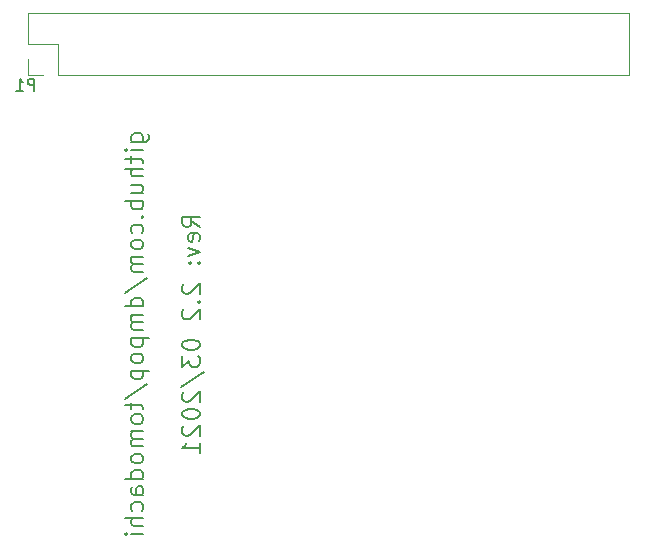
<source format=gbo>
G04 #@! TF.GenerationSoftware,KiCad,Pcbnew,5.1.9-5.1.9*
G04 #@! TF.CreationDate,2021-03-22T11:55:19+01:00*
G04 #@! TF.ProjectId,tomodachi,746f6d6f-6461-4636-9869-2e6b69636164,2.2*
G04 #@! TF.SameCoordinates,Original*
G04 #@! TF.FileFunction,Legend,Bot*
G04 #@! TF.FilePolarity,Positive*
%FSLAX46Y46*%
G04 Gerber Fmt 4.6, Leading zero omitted, Abs format (unit mm)*
G04 Created by KiCad (PCBNEW 5.1.9-5.1.9) date 2021-03-22 11:55:19*
%MOMM*%
%LPD*%
G01*
G04 APERTURE LIST*
%ADD10C,0.150000*%
%ADD11C,0.120000*%
G04 APERTURE END LIST*
D10*
X215820571Y-105774285D02*
X217034857Y-105774285D01*
X217177714Y-105702857D01*
X217249142Y-105631428D01*
X217320571Y-105488571D01*
X217320571Y-105274285D01*
X217249142Y-105131428D01*
X216749142Y-105774285D02*
X216820571Y-105631428D01*
X216820571Y-105345714D01*
X216749142Y-105202857D01*
X216677714Y-105131428D01*
X216534857Y-105060000D01*
X216106285Y-105060000D01*
X215963428Y-105131428D01*
X215892000Y-105202857D01*
X215820571Y-105345714D01*
X215820571Y-105631428D01*
X215892000Y-105774285D01*
X216820571Y-106488571D02*
X215820571Y-106488571D01*
X215320571Y-106488571D02*
X215392000Y-106417142D01*
X215463428Y-106488571D01*
X215392000Y-106560000D01*
X215320571Y-106488571D01*
X215463428Y-106488571D01*
X215820571Y-106988571D02*
X215820571Y-107560000D01*
X215320571Y-107202857D02*
X216606285Y-107202857D01*
X216749142Y-107274285D01*
X216820571Y-107417142D01*
X216820571Y-107560000D01*
X216820571Y-108060000D02*
X215320571Y-108060000D01*
X216820571Y-108702857D02*
X216034857Y-108702857D01*
X215892000Y-108631428D01*
X215820571Y-108488571D01*
X215820571Y-108274285D01*
X215892000Y-108131428D01*
X215963428Y-108060000D01*
X215820571Y-110060000D02*
X216820571Y-110060000D01*
X215820571Y-109417142D02*
X216606285Y-109417142D01*
X216749142Y-109488571D01*
X216820571Y-109631428D01*
X216820571Y-109845714D01*
X216749142Y-109988571D01*
X216677714Y-110060000D01*
X216820571Y-110774285D02*
X215320571Y-110774285D01*
X215892000Y-110774285D02*
X215820571Y-110917142D01*
X215820571Y-111202857D01*
X215892000Y-111345714D01*
X215963428Y-111417142D01*
X216106285Y-111488571D01*
X216534857Y-111488571D01*
X216677714Y-111417142D01*
X216749142Y-111345714D01*
X216820571Y-111202857D01*
X216820571Y-110917142D01*
X216749142Y-110774285D01*
X216677714Y-112131428D02*
X216749142Y-112202857D01*
X216820571Y-112131428D01*
X216749142Y-112060000D01*
X216677714Y-112131428D01*
X216820571Y-112131428D01*
X216749142Y-113488571D02*
X216820571Y-113345714D01*
X216820571Y-113060000D01*
X216749142Y-112917142D01*
X216677714Y-112845714D01*
X216534857Y-112774285D01*
X216106285Y-112774285D01*
X215963428Y-112845714D01*
X215892000Y-112917142D01*
X215820571Y-113060000D01*
X215820571Y-113345714D01*
X215892000Y-113488571D01*
X216820571Y-114345714D02*
X216749142Y-114202857D01*
X216677714Y-114131428D01*
X216534857Y-114060000D01*
X216106285Y-114060000D01*
X215963428Y-114131428D01*
X215892000Y-114202857D01*
X215820571Y-114345714D01*
X215820571Y-114560000D01*
X215892000Y-114702857D01*
X215963428Y-114774285D01*
X216106285Y-114845714D01*
X216534857Y-114845714D01*
X216677714Y-114774285D01*
X216749142Y-114702857D01*
X216820571Y-114560000D01*
X216820571Y-114345714D01*
X216820571Y-115488571D02*
X215820571Y-115488571D01*
X215963428Y-115488571D02*
X215892000Y-115560000D01*
X215820571Y-115702857D01*
X215820571Y-115917142D01*
X215892000Y-116060000D01*
X216034857Y-116131428D01*
X216820571Y-116131428D01*
X216034857Y-116131428D02*
X215892000Y-116202857D01*
X215820571Y-116345714D01*
X215820571Y-116560000D01*
X215892000Y-116702857D01*
X216034857Y-116774285D01*
X216820571Y-116774285D01*
X215249142Y-118560000D02*
X217177714Y-117274285D01*
X216820571Y-119702857D02*
X215320571Y-119702857D01*
X216749142Y-119702857D02*
X216820571Y-119560000D01*
X216820571Y-119274285D01*
X216749142Y-119131428D01*
X216677714Y-119060000D01*
X216534857Y-118988571D01*
X216106285Y-118988571D01*
X215963428Y-119060000D01*
X215892000Y-119131428D01*
X215820571Y-119274285D01*
X215820571Y-119560000D01*
X215892000Y-119702857D01*
X216820571Y-120417142D02*
X215820571Y-120417142D01*
X215963428Y-120417142D02*
X215892000Y-120488571D01*
X215820571Y-120631428D01*
X215820571Y-120845714D01*
X215892000Y-120988571D01*
X216034857Y-121060000D01*
X216820571Y-121060000D01*
X216034857Y-121060000D02*
X215892000Y-121131428D01*
X215820571Y-121274285D01*
X215820571Y-121488571D01*
X215892000Y-121631428D01*
X216034857Y-121702857D01*
X216820571Y-121702857D01*
X215820571Y-122417142D02*
X217320571Y-122417142D01*
X215892000Y-122417142D02*
X215820571Y-122560000D01*
X215820571Y-122845714D01*
X215892000Y-122988571D01*
X215963428Y-123060000D01*
X216106285Y-123131428D01*
X216534857Y-123131428D01*
X216677714Y-123060000D01*
X216749142Y-122988571D01*
X216820571Y-122845714D01*
X216820571Y-122560000D01*
X216749142Y-122417142D01*
X216820571Y-123988571D02*
X216749142Y-123845714D01*
X216677714Y-123774285D01*
X216534857Y-123702857D01*
X216106285Y-123702857D01*
X215963428Y-123774285D01*
X215892000Y-123845714D01*
X215820571Y-123988571D01*
X215820571Y-124202857D01*
X215892000Y-124345714D01*
X215963428Y-124417142D01*
X216106285Y-124488571D01*
X216534857Y-124488571D01*
X216677714Y-124417142D01*
X216749142Y-124345714D01*
X216820571Y-124202857D01*
X216820571Y-123988571D01*
X215820571Y-125131428D02*
X217320571Y-125131428D01*
X215892000Y-125131428D02*
X215820571Y-125274285D01*
X215820571Y-125560000D01*
X215892000Y-125702857D01*
X215963428Y-125774285D01*
X216106285Y-125845714D01*
X216534857Y-125845714D01*
X216677714Y-125774285D01*
X216749142Y-125702857D01*
X216820571Y-125560000D01*
X216820571Y-125274285D01*
X216749142Y-125131428D01*
X215249142Y-127560000D02*
X217177714Y-126274285D01*
X215820571Y-127845714D02*
X215820571Y-128417142D01*
X215320571Y-128060000D02*
X216606285Y-128060000D01*
X216749142Y-128131428D01*
X216820571Y-128274285D01*
X216820571Y-128417142D01*
X216820571Y-129131428D02*
X216749142Y-128988571D01*
X216677714Y-128917142D01*
X216534857Y-128845714D01*
X216106285Y-128845714D01*
X215963428Y-128917142D01*
X215892000Y-128988571D01*
X215820571Y-129131428D01*
X215820571Y-129345714D01*
X215892000Y-129488571D01*
X215963428Y-129560000D01*
X216106285Y-129631428D01*
X216534857Y-129631428D01*
X216677714Y-129560000D01*
X216749142Y-129488571D01*
X216820571Y-129345714D01*
X216820571Y-129131428D01*
X216820571Y-130274285D02*
X215820571Y-130274285D01*
X215963428Y-130274285D02*
X215892000Y-130345714D01*
X215820571Y-130488571D01*
X215820571Y-130702857D01*
X215892000Y-130845714D01*
X216034857Y-130917142D01*
X216820571Y-130917142D01*
X216034857Y-130917142D02*
X215892000Y-130988571D01*
X215820571Y-131131428D01*
X215820571Y-131345714D01*
X215892000Y-131488571D01*
X216034857Y-131560000D01*
X216820571Y-131560000D01*
X216820571Y-132488571D02*
X216749142Y-132345714D01*
X216677714Y-132274285D01*
X216534857Y-132202857D01*
X216106285Y-132202857D01*
X215963428Y-132274285D01*
X215892000Y-132345714D01*
X215820571Y-132488571D01*
X215820571Y-132702857D01*
X215892000Y-132845714D01*
X215963428Y-132917142D01*
X216106285Y-132988571D01*
X216534857Y-132988571D01*
X216677714Y-132917142D01*
X216749142Y-132845714D01*
X216820571Y-132702857D01*
X216820571Y-132488571D01*
X216820571Y-134274285D02*
X215320571Y-134274285D01*
X216749142Y-134274285D02*
X216820571Y-134131428D01*
X216820571Y-133845714D01*
X216749142Y-133702857D01*
X216677714Y-133631428D01*
X216534857Y-133560000D01*
X216106285Y-133560000D01*
X215963428Y-133631428D01*
X215892000Y-133702857D01*
X215820571Y-133845714D01*
X215820571Y-134131428D01*
X215892000Y-134274285D01*
X216820571Y-135631428D02*
X216034857Y-135631428D01*
X215892000Y-135560000D01*
X215820571Y-135417142D01*
X215820571Y-135131428D01*
X215892000Y-134988571D01*
X216749142Y-135631428D02*
X216820571Y-135488571D01*
X216820571Y-135131428D01*
X216749142Y-134988571D01*
X216606285Y-134917142D01*
X216463428Y-134917142D01*
X216320571Y-134988571D01*
X216249142Y-135131428D01*
X216249142Y-135488571D01*
X216177714Y-135631428D01*
X216749142Y-136988571D02*
X216820571Y-136845714D01*
X216820571Y-136560000D01*
X216749142Y-136417142D01*
X216677714Y-136345714D01*
X216534857Y-136274285D01*
X216106285Y-136274285D01*
X215963428Y-136345714D01*
X215892000Y-136417142D01*
X215820571Y-136560000D01*
X215820571Y-136845714D01*
X215892000Y-136988571D01*
X216820571Y-137631428D02*
X215320571Y-137631428D01*
X216820571Y-138274285D02*
X216034857Y-138274285D01*
X215892000Y-138202857D01*
X215820571Y-138060000D01*
X215820571Y-137845714D01*
X215892000Y-137702857D01*
X215963428Y-137631428D01*
X216820571Y-138988571D02*
X215820571Y-138988571D01*
X215320571Y-138988571D02*
X215392000Y-138917142D01*
X215463428Y-138988571D01*
X215392000Y-139060000D01*
X215320571Y-138988571D01*
X215463428Y-138988571D01*
X221620571Y-112952857D02*
X220906285Y-112452857D01*
X221620571Y-112095714D02*
X220120571Y-112095714D01*
X220120571Y-112667142D01*
X220192000Y-112810000D01*
X220263428Y-112881428D01*
X220406285Y-112952857D01*
X220620571Y-112952857D01*
X220763428Y-112881428D01*
X220834857Y-112810000D01*
X220906285Y-112667142D01*
X220906285Y-112095714D01*
X221549142Y-114167142D02*
X221620571Y-114024285D01*
X221620571Y-113738571D01*
X221549142Y-113595714D01*
X221406285Y-113524285D01*
X220834857Y-113524285D01*
X220692000Y-113595714D01*
X220620571Y-113738571D01*
X220620571Y-114024285D01*
X220692000Y-114167142D01*
X220834857Y-114238571D01*
X220977714Y-114238571D01*
X221120571Y-113524285D01*
X220620571Y-114738571D02*
X221620571Y-115095714D01*
X220620571Y-115452857D01*
X221477714Y-116024285D02*
X221549142Y-116095714D01*
X221620571Y-116024285D01*
X221549142Y-115952857D01*
X221477714Y-116024285D01*
X221620571Y-116024285D01*
X220692000Y-116024285D02*
X220763428Y-116095714D01*
X220834857Y-116024285D01*
X220763428Y-115952857D01*
X220692000Y-116024285D01*
X220834857Y-116024285D01*
X220263428Y-117810000D02*
X220192000Y-117881428D01*
X220120571Y-118024285D01*
X220120571Y-118381428D01*
X220192000Y-118524285D01*
X220263428Y-118595714D01*
X220406285Y-118667142D01*
X220549142Y-118667142D01*
X220763428Y-118595714D01*
X221620571Y-117738571D01*
X221620571Y-118667142D01*
X221477714Y-119310000D02*
X221549142Y-119381428D01*
X221620571Y-119310000D01*
X221549142Y-119238571D01*
X221477714Y-119310000D01*
X221620571Y-119310000D01*
X220263428Y-119952857D02*
X220192000Y-120024285D01*
X220120571Y-120167142D01*
X220120571Y-120524285D01*
X220192000Y-120667142D01*
X220263428Y-120738571D01*
X220406285Y-120810000D01*
X220549142Y-120810000D01*
X220763428Y-120738571D01*
X221620571Y-119881428D01*
X221620571Y-120810000D01*
X220120571Y-122881428D02*
X220120571Y-123024285D01*
X220192000Y-123167142D01*
X220263428Y-123238571D01*
X220406285Y-123310000D01*
X220692000Y-123381428D01*
X221049142Y-123381428D01*
X221334857Y-123310000D01*
X221477714Y-123238571D01*
X221549142Y-123167142D01*
X221620571Y-123024285D01*
X221620571Y-122881428D01*
X221549142Y-122738571D01*
X221477714Y-122667142D01*
X221334857Y-122595714D01*
X221049142Y-122524285D01*
X220692000Y-122524285D01*
X220406285Y-122595714D01*
X220263428Y-122667142D01*
X220192000Y-122738571D01*
X220120571Y-122881428D01*
X220120571Y-123881428D02*
X220120571Y-124810000D01*
X220692000Y-124310000D01*
X220692000Y-124524285D01*
X220763428Y-124667142D01*
X220834857Y-124738571D01*
X220977714Y-124810000D01*
X221334857Y-124810000D01*
X221477714Y-124738571D01*
X221549142Y-124667142D01*
X221620571Y-124524285D01*
X221620571Y-124095714D01*
X221549142Y-123952857D01*
X221477714Y-123881428D01*
X220049142Y-126524285D02*
X221977714Y-125238571D01*
X220263428Y-126952857D02*
X220192000Y-127024285D01*
X220120571Y-127167142D01*
X220120571Y-127524285D01*
X220192000Y-127667142D01*
X220263428Y-127738571D01*
X220406285Y-127810000D01*
X220549142Y-127810000D01*
X220763428Y-127738571D01*
X221620571Y-126881428D01*
X221620571Y-127810000D01*
X220120571Y-128738571D02*
X220120571Y-128881428D01*
X220192000Y-129024285D01*
X220263428Y-129095714D01*
X220406285Y-129167142D01*
X220692000Y-129238571D01*
X221049142Y-129238571D01*
X221334857Y-129167142D01*
X221477714Y-129095714D01*
X221549142Y-129024285D01*
X221620571Y-128881428D01*
X221620571Y-128738571D01*
X221549142Y-128595714D01*
X221477714Y-128524285D01*
X221334857Y-128452857D01*
X221049142Y-128381428D01*
X220692000Y-128381428D01*
X220406285Y-128452857D01*
X220263428Y-128524285D01*
X220192000Y-128595714D01*
X220120571Y-128738571D01*
X220263428Y-129810000D02*
X220192000Y-129881428D01*
X220120571Y-130024285D01*
X220120571Y-130381428D01*
X220192000Y-130524285D01*
X220263428Y-130595714D01*
X220406285Y-130667142D01*
X220549142Y-130667142D01*
X220763428Y-130595714D01*
X221620571Y-129738571D01*
X221620571Y-130667142D01*
X221620571Y-132095714D02*
X221620571Y-131238571D01*
X221620571Y-131667142D02*
X220120571Y-131667142D01*
X220334857Y-131524285D01*
X220477714Y-131381428D01*
X220549142Y-131238571D01*
D11*
X207040000Y-98770000D02*
X207040000Y-100100000D01*
X207040000Y-100100000D02*
X208370000Y-100100000D01*
X207040000Y-97500000D02*
X209640000Y-97500000D01*
X209640000Y-97500000D02*
X209640000Y-100100000D01*
X209640000Y-100100000D02*
X257960000Y-100100000D01*
X257960000Y-94900000D02*
X257960000Y-100100000D01*
X207040000Y-94900000D02*
X257960000Y-94900000D01*
X207040000Y-94900000D02*
X207040000Y-97500000D01*
D10*
X207596095Y-101430380D02*
X207596095Y-100430380D01*
X207215142Y-100430380D01*
X207119904Y-100478000D01*
X207072285Y-100525619D01*
X207024666Y-100620857D01*
X207024666Y-100763714D01*
X207072285Y-100858952D01*
X207119904Y-100906571D01*
X207215142Y-100954190D01*
X207596095Y-100954190D01*
X206072285Y-101430380D02*
X206643714Y-101430380D01*
X206358000Y-101430380D02*
X206358000Y-100430380D01*
X206453238Y-100573238D01*
X206548476Y-100668476D01*
X206643714Y-100716095D01*
M02*

</source>
